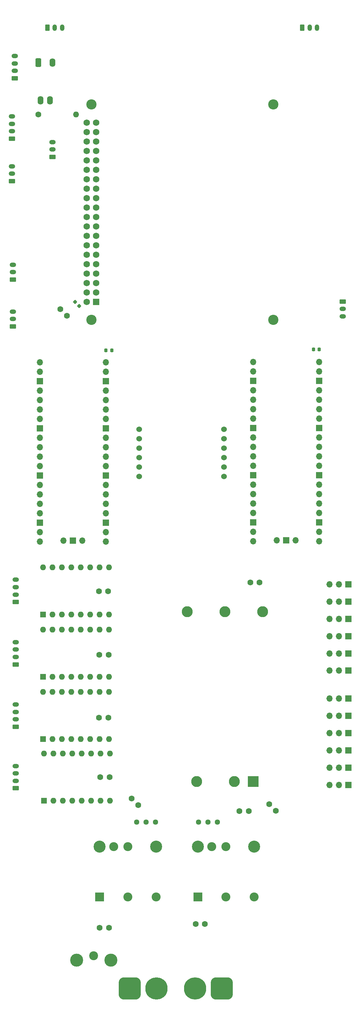
<source format=gbr>
%TF.GenerationSoftware,KiCad,Pcbnew,7.0.8*%
%TF.CreationDate,2023-11-15T00:13:47+01:00*%
%TF.ProjectId,main_board_v2,6d61696e-5f62-46f6-9172-645f76322e6b,rev?*%
%TF.SameCoordinates,Original*%
%TF.FileFunction,Soldermask,Top*%
%TF.FilePolarity,Negative*%
%FSLAX46Y46*%
G04 Gerber Fmt 4.6, Leading zero omitted, Abs format (unit mm)*
G04 Created by KiCad (PCBNEW 7.0.8) date 2023-11-15 00:13:47*
%MOMM*%
%LPD*%
G01*
G04 APERTURE LIST*
G04 Aperture macros list*
%AMRoundRect*
0 Rectangle with rounded corners*
0 $1 Rounding radius*
0 $2 $3 $4 $5 $6 $7 $8 $9 X,Y pos of 4 corners*
0 Add a 4 corners polygon primitive as box body*
4,1,4,$2,$3,$4,$5,$6,$7,$8,$9,$2,$3,0*
0 Add four circle primitives for the rounded corners*
1,1,$1+$1,$2,$3*
1,1,$1+$1,$4,$5*
1,1,$1+$1,$6,$7*
1,1,$1+$1,$8,$9*
0 Add four rect primitives between the rounded corners*
20,1,$1+$1,$2,$3,$4,$5,0*
20,1,$1+$1,$4,$5,$6,$7,0*
20,1,$1+$1,$6,$7,$8,$9,0*
20,1,$1+$1,$8,$9,$2,$3,0*%
G04 Aperture macros list end*
%ADD10C,2.750000*%
%ADD11R,1.750000X1.750000*%
%ADD12C,1.750000*%
%ADD13C,1.440000*%
%ADD14RoundRect,0.225000X-0.335876X-0.017678X-0.017678X-0.335876X0.335876X0.017678X0.017678X0.335876X0*%
%ADD15RoundRect,0.225000X-0.225000X-0.250000X0.225000X-0.250000X0.225000X0.250000X-0.225000X0.250000X0*%
%ADD16RoundRect,0.225000X0.225000X0.250000X-0.225000X0.250000X-0.225000X-0.250000X0.225000X-0.250000X0*%
%ADD17R,1.700000X1.700000*%
%ADD18O,1.700000X1.700000*%
%ADD19RoundRect,0.250000X0.625000X-0.350000X0.625000X0.350000X-0.625000X0.350000X-0.625000X-0.350000X0*%
%ADD20O,1.750000X1.200000*%
%ADD21C,1.600000*%
%ADD22O,1.600000X1.600000*%
%ADD23R,1.600000X1.600000*%
%ADD24RoundRect,0.102000X1.102500X-1.102500X1.102500X1.102500X-1.102500X1.102500X-1.102500X-1.102500X0*%
%ADD25C,2.409000*%
%ADD26C,3.234000*%
%ADD27RoundRect,0.250000X-0.350000X-0.625000X0.350000X-0.625000X0.350000X0.625000X-0.350000X0.625000X0*%
%ADD28O,1.200000X1.750000*%
%ADD29C,2.400000*%
%ADD30C,3.500000*%
%ADD31RoundRect,0.249630X-0.535370X0.895370X-0.535370X-0.895370X0.535370X-0.895370X0.535370X0.895370X0*%
%ADD32O,1.570000X2.290000*%
%ADD33RoundRect,0.250000X-0.625000X0.350000X-0.625000X-0.350000X0.625000X-0.350000X0.625000X0.350000X0*%
%ADD34RoundRect,1.500000X1.500000X1.500000X-1.500000X1.500000X-1.500000X-1.500000X1.500000X-1.500000X0*%
%ADD35C,6.000000*%
%ADD36RoundRect,1.500000X-1.500000X-1.500000X1.500000X-1.500000X1.500000X1.500000X-1.500000X1.500000X0*%
%ADD37RoundRect,0.102000X-1.375000X1.375000X-1.375000X-1.375000X1.375000X-1.375000X1.375000X1.375000X0*%
%ADD38C,2.954000*%
%ADD39C,1.524000*%
G04 APERTURE END LIST*
D10*
%TO.C,J1*%
X271125200Y-132782600D03*
X320125200Y-132782600D03*
X271125200Y-74782600D03*
X320125200Y-74782600D03*
D11*
X272395200Y-127912600D03*
D12*
X269855200Y-127912600D03*
X272395200Y-125372600D03*
X269855200Y-125372600D03*
X272395200Y-122832600D03*
X269855200Y-122832600D03*
X272395200Y-120292600D03*
X269855200Y-120292600D03*
X272395200Y-117752600D03*
X269855200Y-117752600D03*
X272395200Y-115212600D03*
X269855200Y-115212600D03*
X272395200Y-112672600D03*
X269855200Y-112672600D03*
X272395200Y-110132600D03*
X269855200Y-110132600D03*
X272395200Y-107592600D03*
X269855200Y-107592600D03*
X272395200Y-105052600D03*
X269855200Y-105052600D03*
X272395200Y-102512600D03*
X269855200Y-102512600D03*
X272395200Y-99972600D03*
X269855200Y-99972600D03*
X272395200Y-97432600D03*
X269855200Y-97432600D03*
X272395200Y-94892600D03*
X269855200Y-94892600D03*
X272395200Y-92352600D03*
X269855200Y-92352600D03*
X272395200Y-89812600D03*
X269855200Y-89812600D03*
X272395200Y-87272600D03*
X269855200Y-87272600D03*
X272395200Y-84732600D03*
X269855200Y-84732600D03*
X272395200Y-82192600D03*
X269855200Y-82192600D03*
X272395200Y-79652600D03*
X269855200Y-79652600D03*
%TD*%
D13*
%TO.C,R7*%
X288381600Y-268020800D03*
X285841600Y-268020800D03*
X283301600Y-268020800D03*
%TD*%
%TO.C,R6*%
X299974000Y-267970000D03*
X302514000Y-267970000D03*
X305054000Y-267970000D03*
%TD*%
D14*
%TO.C,C2*%
X266752101Y-127975992D03*
X267848117Y-129072008D03*
%TD*%
D15*
%TO.C,C14*%
X275056000Y-140970000D03*
X276606000Y-140970000D03*
%TD*%
D16*
%TO.C,C13*%
X332512000Y-140716000D03*
X330962000Y-140716000D03*
%TD*%
D17*
%TO.C,Servo4*%
X340360000Y-217912000D03*
D18*
X337820000Y-217912000D03*
X335280000Y-217912000D03*
%TD*%
D17*
%TO.C,Servo2*%
X340360000Y-208612000D03*
D18*
X337820000Y-208612000D03*
X335280000Y-208612000D03*
%TD*%
D17*
%TO.C,Servo8*%
X340360000Y-239382200D03*
D18*
X337820000Y-239382200D03*
X335280000Y-239382200D03*
%TD*%
D19*
%TO.C,Tirette1*%
X250444000Y-67754000D03*
D20*
X250444000Y-65754000D03*
X250444000Y-63754000D03*
X250444000Y-61754000D03*
%TD*%
D21*
%TO.C,C6*%
X316444000Y-203454000D03*
X313944000Y-203454000D03*
%TD*%
D22*
%TO.C,A3*%
X258064000Y-216170000D03*
X260604000Y-216170000D03*
X263144000Y-216170000D03*
X265684000Y-216170000D03*
X268224000Y-216170000D03*
X270764000Y-216170000D03*
X273304000Y-216170000D03*
X275844000Y-216170000D03*
X275844000Y-228870000D03*
X273304000Y-228870000D03*
X270764000Y-228870000D03*
X268224000Y-228870000D03*
X265684000Y-228870000D03*
X263144000Y-228870000D03*
X260604000Y-228870000D03*
D23*
X258064000Y-228870000D03*
%TD*%
D17*
%TO.C,Servo10*%
X340360000Y-248682200D03*
D18*
X337820000Y-248682200D03*
X335280000Y-248682200D03*
%TD*%
D19*
%TO.C,RPI_serial1*%
X249936000Y-121920000D03*
D20*
X249936000Y-119920000D03*
X249936000Y-117920000D03*
%TD*%
D21*
%TO.C,C11*%
X275778600Y-222910400D03*
X273278600Y-222910400D03*
%TD*%
D24*
%TO.C,PS2*%
X273344000Y-288174000D03*
D25*
X280944000Y-288174000D03*
X288544000Y-288174000D03*
D26*
X288544000Y-274574000D03*
D25*
X280944000Y-274574000D03*
X277144000Y-274574000D03*
D26*
X273344000Y-274574000D03*
%TD*%
D23*
%TO.C,A2*%
X258064000Y-245660000D03*
D22*
X260604000Y-245660000D03*
X263144000Y-245660000D03*
X265684000Y-245660000D03*
X268224000Y-245660000D03*
X270764000Y-245660000D03*
X273304000Y-245660000D03*
X275844000Y-245660000D03*
X275844000Y-232960000D03*
X273304000Y-232960000D03*
X270764000Y-232960000D03*
X268224000Y-232960000D03*
X265684000Y-232960000D03*
X263144000Y-232960000D03*
X260604000Y-232960000D03*
X258064000Y-232960000D03*
%TD*%
D20*
%TO.C,Stepper4*%
X250757600Y-202740000D03*
X250757600Y-204740000D03*
X250757600Y-206740000D03*
D19*
X250757600Y-208740000D03*
%TD*%
D18*
%TO.C,U3*%
X314756800Y-144119600D03*
X314756800Y-146659600D03*
D17*
X314756800Y-149199600D03*
D18*
X314756800Y-151739600D03*
X314756800Y-154279600D03*
X314756800Y-156819600D03*
X314756800Y-159359600D03*
D17*
X314756800Y-161899600D03*
D18*
X314756800Y-164439600D03*
X314756800Y-166979600D03*
X314756800Y-169519600D03*
X314756800Y-172059600D03*
D17*
X314756800Y-174599600D03*
D18*
X314756800Y-177139600D03*
X314756800Y-179679600D03*
X314756800Y-182219600D03*
X314756800Y-184759600D03*
D17*
X314756800Y-187299600D03*
D18*
X314756800Y-189839600D03*
X314756800Y-192379600D03*
X332536800Y-192379600D03*
X332536800Y-189839600D03*
D17*
X332536800Y-187299600D03*
D18*
X332536800Y-184759600D03*
X332536800Y-182219600D03*
X332536800Y-179679600D03*
X332536800Y-177139600D03*
D17*
X332536800Y-174599600D03*
D18*
X332536800Y-172059600D03*
X332536800Y-169519600D03*
X332536800Y-166979600D03*
X332536800Y-164439600D03*
D17*
X332536800Y-161899600D03*
D18*
X332536800Y-159359600D03*
X332536800Y-156819600D03*
X332536800Y-154279600D03*
X332536800Y-151739600D03*
D17*
X332536800Y-149199600D03*
D18*
X332536800Y-146659600D03*
X332536800Y-144119600D03*
X321106800Y-192149600D03*
D17*
X323646800Y-192149600D03*
D18*
X326186800Y-192149600D03*
%TD*%
D21*
%TO.C,C9*%
X276032600Y-255905000D03*
X273532600Y-255905000D03*
%TD*%
%TO.C,C8*%
X283718000Y-263398000D03*
X281950233Y-261630233D03*
%TD*%
D27*
%TO.C,PICO2_swd1*%
X327946000Y-54102000D03*
D28*
X329946000Y-54102000D03*
X331946000Y-54102000D03*
%TD*%
D21*
%TO.C,C3*%
X299212000Y-295402000D03*
X301712000Y-295402000D03*
%TD*%
D19*
%TO.C,PICO1_UART1*%
X249936000Y-134556000D03*
D20*
X249936000Y-132556000D03*
X249936000Y-130556000D03*
%TD*%
D23*
%TO.C,A4*%
X258064000Y-212080000D03*
D22*
X260604000Y-212080000D03*
X263144000Y-212080000D03*
X265684000Y-212080000D03*
X268224000Y-212080000D03*
X270764000Y-212080000D03*
X273304000Y-212080000D03*
X275844000Y-212080000D03*
X275844000Y-199380000D03*
X273304000Y-199380000D03*
X270764000Y-199380000D03*
X268224000Y-199380000D03*
X265684000Y-199380000D03*
X263144000Y-199380000D03*
X260604000Y-199380000D03*
X258064000Y-199380000D03*
%TD*%
D21*
%TO.C,C5*%
X313517600Y-264998200D03*
X311017600Y-264998200D03*
%TD*%
D20*
%TO.C,Stepper2*%
X250757600Y-236320000D03*
X250757600Y-238320000D03*
X250757600Y-240320000D03*
D19*
X250757600Y-242320000D03*
%TD*%
D17*
%TO.C,Servo3*%
X340360000Y-213262000D03*
D18*
X337820000Y-213262000D03*
X335280000Y-213262000D03*
%TD*%
D29*
%TO.C,F1*%
X271752000Y-303981000D03*
D30*
X276352000Y-305181000D03*
X267152000Y-305181000D03*
%TD*%
D31*
%TO.C,U1*%
X256794000Y-63500000D03*
D32*
X260604000Y-63500000D03*
X259964000Y-73660000D03*
X257434000Y-73660000D03*
%TD*%
D33*
%TO.C,PICO2_I2C1*%
X338836000Y-127826000D03*
D20*
X338836000Y-129826000D03*
X338836000Y-131826000D03*
%TD*%
D17*
%TO.C,Servo5*%
X340360000Y-222562000D03*
D18*
X337820000Y-222562000D03*
X335280000Y-222562000D03*
%TD*%
D24*
%TO.C,PS1*%
X299796200Y-288163000D03*
D25*
X307396200Y-288163000D03*
X314996200Y-288163000D03*
D26*
X314996200Y-274563000D03*
D25*
X307396200Y-274563000D03*
X303596200Y-274563000D03*
D26*
X299796200Y-274563000D03*
%TD*%
D34*
%TO.C,Battery1*%
X306310400Y-312775600D03*
D35*
X299110400Y-312775600D03*
%TD*%
D27*
%TO.C,PICO1_swd1*%
X259270000Y-54102000D03*
D28*
X261270000Y-54102000D03*
X263270000Y-54102000D03*
%TD*%
D19*
%TO.C,RPI_SPI1*%
X249682000Y-84010000D03*
D20*
X249682000Y-82010000D03*
X249682000Y-80010000D03*
X249682000Y-78010000D03*
%TD*%
D19*
%TO.C,LEDStrip1*%
X249682000Y-95440000D03*
D20*
X249682000Y-93440000D03*
X249682000Y-91440000D03*
%TD*%
D36*
%TO.C,BAU1*%
X281496400Y-312775600D03*
D35*
X288696400Y-312775600D03*
%TD*%
D21*
%TO.C,R5*%
X256794000Y-77470000D03*
D22*
X266954000Y-77470000D03*
%TD*%
D17*
%TO.C,Servo9*%
X340360000Y-244032200D03*
D18*
X337820000Y-244032200D03*
X335280000Y-244032200D03*
%TD*%
D17*
%TO.C,Servo6*%
X340360000Y-227212000D03*
D18*
X337820000Y-227212000D03*
X335280000Y-227212000D03*
%TD*%
%TO.C,U2*%
X257251200Y-144170400D03*
X257251200Y-146710400D03*
D17*
X257251200Y-149250400D03*
D18*
X257251200Y-151790400D03*
X257251200Y-154330400D03*
X257251200Y-156870400D03*
X257251200Y-159410400D03*
D17*
X257251200Y-161950400D03*
D18*
X257251200Y-164490400D03*
X257251200Y-167030400D03*
X257251200Y-169570400D03*
X257251200Y-172110400D03*
D17*
X257251200Y-174650400D03*
D18*
X257251200Y-177190400D03*
X257251200Y-179730400D03*
X257251200Y-182270400D03*
X257251200Y-184810400D03*
D17*
X257251200Y-187350400D03*
D18*
X257251200Y-189890400D03*
X257251200Y-192430400D03*
X275031200Y-192430400D03*
X275031200Y-189890400D03*
D17*
X275031200Y-187350400D03*
D18*
X275031200Y-184810400D03*
X275031200Y-182270400D03*
X275031200Y-179730400D03*
X275031200Y-177190400D03*
D17*
X275031200Y-174650400D03*
D18*
X275031200Y-172110400D03*
X275031200Y-169570400D03*
X275031200Y-167030400D03*
X275031200Y-164490400D03*
D17*
X275031200Y-161950400D03*
D18*
X275031200Y-159410400D03*
X275031200Y-156870400D03*
X275031200Y-154330400D03*
X275031200Y-151790400D03*
D17*
X275031200Y-149250400D03*
D18*
X275031200Y-146710400D03*
X275031200Y-144170400D03*
X263601200Y-192200400D03*
D17*
X266141200Y-192200400D03*
D18*
X268681200Y-192200400D03*
%TD*%
D21*
%TO.C,C10*%
X273191600Y-239852200D03*
X275691600Y-239852200D03*
%TD*%
%TO.C,C1*%
X264535883Y-131693883D03*
X262768116Y-129926116D03*
%TD*%
D17*
%TO.C,Servo7*%
X340360000Y-234732200D03*
D18*
X337820000Y-234732200D03*
X335280000Y-234732200D03*
%TD*%
D21*
%TO.C,C4*%
X273344000Y-296418000D03*
X275844000Y-296418000D03*
%TD*%
%TO.C,C7*%
X319024000Y-263144000D03*
X320791767Y-264911767D03*
%TD*%
%TO.C,C12*%
X275626200Y-205867000D03*
X273126200Y-205867000D03*
%TD*%
D20*
%TO.C,Stepper1*%
X250757600Y-252872000D03*
X250757600Y-254872000D03*
X250757600Y-256872000D03*
D19*
X250757600Y-258872000D03*
%TD*%
D23*
%TO.C,A1*%
X258368800Y-262212000D03*
D22*
X260908800Y-262212000D03*
X263448800Y-262212000D03*
X265988800Y-262212000D03*
X268528800Y-262212000D03*
X271068800Y-262212000D03*
X273608800Y-262212000D03*
X276148800Y-262212000D03*
X276148800Y-249512000D03*
X273608800Y-249512000D03*
X271068800Y-249512000D03*
X268528800Y-249512000D03*
X265988800Y-249512000D03*
X263448800Y-249512000D03*
X260908800Y-249512000D03*
X258368800Y-249512000D03*
%TD*%
D19*
%TO.C,RPI_PWMs1*%
X260604000Y-88900000D03*
D20*
X260604000Y-86900000D03*
X260604000Y-84900000D03*
%TD*%
D37*
%TO.C,PS3*%
X314762200Y-257045200D03*
D38*
X309682200Y-257045200D03*
X299522200Y-257045200D03*
X317302200Y-211325200D03*
X307142200Y-211325200D03*
X296982200Y-211325200D03*
%TD*%
D17*
%TO.C,Servo1*%
X340360000Y-203962000D03*
D18*
X337820000Y-203962000D03*
X335280000Y-203962000D03*
%TD*%
D17*
%TO.C,Servo11*%
X340360000Y-253332200D03*
D18*
X337820000Y-253332200D03*
X335280000Y-253332200D03*
%TD*%
D17*
%TO.C,Servo12*%
X340360000Y-258013200D03*
D18*
X337820000Y-258013200D03*
X335280000Y-258013200D03*
%TD*%
D39*
%TO.C,IMU1*%
X283972000Y-164795200D03*
X306832000Y-174955200D03*
X283972000Y-167335200D03*
X283972000Y-169875200D03*
X283972000Y-172415200D03*
X283972000Y-174955200D03*
X306832000Y-172415200D03*
X306832000Y-169875200D03*
X306832000Y-167335200D03*
X306832000Y-164795200D03*
X283972000Y-162255200D03*
X306832000Y-162255200D03*
%TD*%
D20*
%TO.C,Stepper3*%
X250757600Y-219530000D03*
X250757600Y-221530000D03*
X250757600Y-223530000D03*
D19*
X250757600Y-225530000D03*
%TD*%
M02*

</source>
